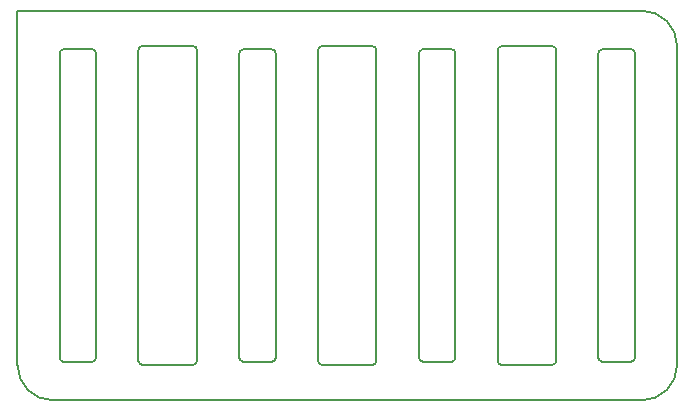
<source format=gm1>
G04 #@! TF.GenerationSoftware,KiCad,Pcbnew,7.0.6-0*
G04 #@! TF.CreationDate,2023-09-15T02:16:25-04:00*
G04 #@! TF.ProjectId,FBI Board,46424920-426f-4617-9264-2e6b69636164,1*
G04 #@! TF.SameCoordinates,Original*
G04 #@! TF.FileFunction,Profile,NP*
%FSLAX46Y46*%
G04 Gerber Fmt 4.6, Leading zero omitted, Abs format (unit mm)*
G04 Created by KiCad (PCBNEW 7.0.6-0) date 2023-09-15 02:16:25*
%MOMM*%
%LPD*%
G01*
G04 APERTURE LIST*
G04 #@! TA.AperFunction,Profile*
%ADD10C,0.150000*%
G04 #@! TD*
G04 APERTURE END LIST*
D10*
X112230000Y-84050000D02*
X112230000Y-114038521D01*
X153200000Y-87060000D02*
G75*
G03*
X152880000Y-87380000I0J-320000D01*
G01*
X127430000Y-87370000D02*
G75*
G03*
X127110000Y-87050000I-320000J0D01*
G01*
X137680000Y-113710000D02*
X137680000Y-87380000D01*
X122480000Y-113710000D02*
G75*
G03*
X122799999Y-114030000I320000J0D01*
G01*
X157840000Y-87380000D02*
X157840000Y-113710000D01*
X165089776Y-84050000D02*
X112230000Y-84050000D01*
X122480000Y-113710000D02*
X122480000Y-87370000D01*
X157520000Y-114030000D02*
X153199999Y-114030000D01*
X165089775Y-117040000D02*
X115230000Y-117040000D01*
X138000000Y-87060000D02*
G75*
G03*
X137680000Y-87380000I0J-320000D01*
G01*
X168090000Y-87050224D02*
X168090000Y-114039778D01*
X127430000Y-87370000D02*
X127430000Y-113710000D01*
X142630000Y-87380000D02*
G75*
G03*
X142310000Y-87060000I-320000J0D01*
G01*
X142630000Y-87380000D02*
X142630000Y-113710000D01*
X122800000Y-87050000D02*
X127110000Y-87050000D01*
X112229956Y-114038521D02*
G75*
G03*
X115230223Y-117038744I3000244J21D01*
G01*
X138000000Y-87060000D02*
X142310000Y-87060000D01*
X122800000Y-87050000D02*
G75*
G03*
X122480000Y-87370000I0J-320000D01*
G01*
X157840000Y-87380000D02*
G75*
G03*
X157520000Y-87060000I-320000J0D01*
G01*
X168090000Y-87050224D02*
G75*
G03*
X165089776Y-84050000I-3000200J24D01*
G01*
X137680000Y-113710000D02*
G75*
G03*
X137999999Y-114030000I320000J0D01*
G01*
X153200000Y-87060000D02*
X157520000Y-87060000D01*
X127110000Y-114030000D02*
G75*
G03*
X127430000Y-113710000I0J320000D01*
G01*
X157520000Y-114030000D02*
G75*
G03*
X157840000Y-113710000I0J320000D01*
G01*
X165089775Y-117040000D02*
G75*
G03*
X168090000Y-114039778I25J3000200D01*
G01*
X142310000Y-114030000D02*
G75*
G03*
X142630000Y-113710000I0J320000D01*
G01*
X152880000Y-113710000D02*
G75*
G03*
X153199999Y-114030000I320000J0D01*
G01*
X127110000Y-114030000D02*
X122799999Y-114030000D01*
X142310000Y-114030000D02*
X137999999Y-114030000D01*
X152880000Y-113710000D02*
X152880000Y-87380000D01*
X146226983Y-87639588D02*
X146226983Y-113439588D01*
X146546902Y-113759507D02*
X148990385Y-113759507D01*
X148990385Y-87319669D02*
X146546902Y-87319669D01*
X149310304Y-113439588D02*
X149310304Y-87639588D01*
X146546902Y-87319669D02*
G75*
G03*
X146226983Y-87639588I-2J-319917D01*
G01*
X146226983Y-113439588D02*
G75*
G03*
X146546902Y-113759507I319927J8D01*
G01*
X149310331Y-87639588D02*
G75*
G03*
X148990385Y-87319669I-319931J-12D01*
G01*
X148990385Y-113759504D02*
G75*
G03*
X149310304Y-113439588I15J319904D01*
G01*
X115806983Y-87639588D02*
X115806983Y-113439588D01*
X116126902Y-113759507D02*
X118570385Y-113759507D01*
X118570385Y-87319669D02*
X116126902Y-87319669D01*
X118890304Y-113439588D02*
X118890304Y-87639588D01*
X116126902Y-87319669D02*
G75*
G03*
X115806983Y-87639588I-2J-319917D01*
G01*
X115806983Y-113439588D02*
G75*
G03*
X116126902Y-113759507I319927J8D01*
G01*
X118890331Y-87639588D02*
G75*
G03*
X118570385Y-87319669I-319931J-12D01*
G01*
X118570385Y-113759504D02*
G75*
G03*
X118890304Y-113439588I15J319904D01*
G01*
X161416983Y-87639588D02*
X161416983Y-113439588D01*
X161736902Y-113759507D02*
X164180385Y-113759507D01*
X164180385Y-87319669D02*
X161736902Y-87319669D01*
X164500304Y-113439588D02*
X164500304Y-87639588D01*
X161736902Y-87319669D02*
G75*
G03*
X161416983Y-87639588I-2J-319917D01*
G01*
X161416983Y-113439588D02*
G75*
G03*
X161736902Y-113759507I319927J8D01*
G01*
X164500331Y-87639588D02*
G75*
G03*
X164180385Y-87319669I-319931J-12D01*
G01*
X164180385Y-113759504D02*
G75*
G03*
X164500304Y-113439588I15J319904D01*
G01*
X131016983Y-87639588D02*
X131016983Y-113439588D01*
X131336902Y-113759507D02*
X133780385Y-113759507D01*
X133780385Y-87319669D02*
X131336902Y-87319669D01*
X134100304Y-113439588D02*
X134100304Y-87639588D01*
X131336902Y-87319669D02*
G75*
G03*
X131016983Y-87639588I-2J-319917D01*
G01*
X131016983Y-113439588D02*
G75*
G03*
X131336902Y-113759507I319927J8D01*
G01*
X134100331Y-87639588D02*
G75*
G03*
X133780385Y-87319669I-319931J-12D01*
G01*
X133780385Y-113759504D02*
G75*
G03*
X134100304Y-113439588I15J319904D01*
G01*
M02*

</source>
